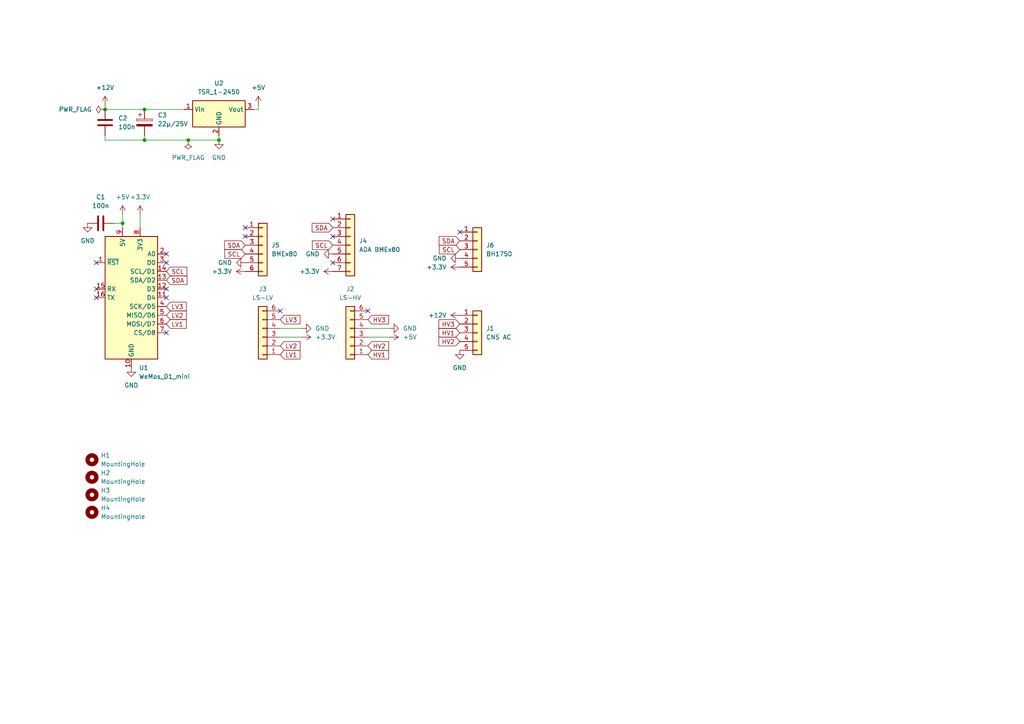
<source format=kicad_sch>
(kicad_sch (version 20230121) (generator eeschema)
  (paper "A4")
  (lib_symbols
    (symbol "Connector_Generic:Conn_01x05" (pin_names (offset 1.016) hide)
      (property "Reference" "J" (at 0 7.62 0))
      (property "Value" "Conn_01x05" (at 0 -7.62 0))
      (symbol "Conn_01x05_1_1"
        (rectangle (start -1.27 -4.953) (end 0 -5.207) (stroke (width 0.1524)))
        (rectangle (start -1.27 -2.413) (end 0 -2.667) (stroke (width 0.1524)))
        (rectangle (start -1.27 0.127) (end 0 -0.127) (stroke (width 0.1524)))
        (rectangle (start -1.27 2.667) (end 0 2.413) (stroke (width 0.1524)))
        (rectangle (start -1.27 5.207) (end 0 4.953) (stroke (width 0.1524)))
        (rectangle (start -1.27 6.35) (end 1.27 -6.35) (stroke (width 0.254)) (fill (type background)))
        (pin passive line (at -5.08 5.08 0) (length 3.81) (name "Pin_1") (number "1"))
        (pin passive line (at -5.08 2.54 0) (length 3.81) (name "Pin_2") (number "2"))
        (pin passive line (at -5.08 0 0) (length 3.81) (name "Pin_3") (number "3"))
        (pin passive line (at -5.08 -2.54 0) (length 3.81) (name "Pin_4") (number "4"))
        (pin passive line (at -5.08 -5.08 0) (length 3.81) (name "Pin_5") (number "5"))
      )
    )
    (symbol "Connector_Generic:Conn_01x06" (pin_names (offset 1.016) hide)
      (property "Reference" "J" (at 0 7.62 0))
      (property "Value" "Conn_01x06" (at 0 -10.16 0))
      (symbol "Conn_01x06_1_1"
        (rectangle (start -1.27 -7.493) (end 0 -7.747) (stroke (width 0.1524)))
        (rectangle (start -1.27 -4.953) (end 0 -5.207) (stroke (width 0.1524)))
        (rectangle (start -1.27 -2.413) (end 0 -2.667) (stroke (width 0.1524)))
        (rectangle (start -1.27 0.127) (end 0 -0.127) (stroke (width 0.1524)))
        (rectangle (start -1.27 2.667) (end 0 2.413) (stroke (width 0.1524)))
        (rectangle (start -1.27 5.207) (end 0 4.953) (stroke (width 0.1524)))
        (rectangle (start -1.27 6.35) (end 1.27 -8.89) (stroke (width 0.254)) (fill (type background)))
        (pin passive line (at -5.08 5.08 0) (length 3.81) (name "Pin_1") (number "1"))
        (pin passive line (at -5.08 2.54 0) (length 3.81) (name "Pin_2") (number "2"))
        (pin passive line (at -5.08 0 0) (length 3.81) (name "Pin_3") (number "3"))
        (pin passive line (at -5.08 -2.54 0) (length 3.81) (name "Pin_4") (number "4"))
        (pin passive line (at -5.08 -5.08 0) (length 3.81) (name "Pin_5") (number "5"))
        (pin passive line (at -5.08 -7.62 0) (length 3.81) (name "Pin_6") (number "6"))
      )
    )
    (symbol "Connector_Generic:Conn_01x07" (pin_names (offset 1.016) hide)
      (property "Reference" "J" (at 0 10.16 0))
      (property "Value" "Conn_01x07" (at 0 -10.16 0))
      (symbol "Conn_01x07_1_1"
        (rectangle (start -1.27 -7.493) (end 0 -7.747) (stroke (width 0.1524)))
        (rectangle (start -1.27 -4.953) (end 0 -5.207) (stroke (width 0.1524)))
        (rectangle (start -1.27 -2.413) (end 0 -2.667) (stroke (width 0.1524)))
        (rectangle (start -1.27 0.127) (end 0 -0.127) (stroke (width 0.1524)))
        (rectangle (start -1.27 2.667) (end 0 2.413) (stroke (width 0.1524)))
        (rectangle (start -1.27 5.207) (end 0 4.953) (stroke (width 0.1524)))
        (rectangle (start -1.27 7.747) (end 0 7.493) (stroke (width 0.1524)))
        (rectangle (start -1.27 8.89) (end 1.27 -8.89) (stroke (width 0.254)) (fill (type background)))
        (pin passive line (at -5.08 7.62 0) (length 3.81) (name "Pin_1") (number "1"))
        (pin passive line (at -5.08 5.08 0) (length 3.81) (name "Pin_2") (number "2"))
        (pin passive line (at -5.08 2.54 0) (length 3.81) (name "Pin_3") (number "3"))
        (pin passive line (at -5.08 0 0) (length 3.81) (name "Pin_4") (number "4"))
        (pin passive line (at -5.08 -2.54 0) (length 3.81) (name "Pin_5") (number "5"))
        (pin passive line (at -5.08 -5.08 0) (length 3.81) (name "Pin_6") (number "6"))
        (pin passive line (at -5.08 -7.62 0) (length 3.81) (name "Pin_7") (number "7"))
      )
    )
    (symbol "Device:C" (pin_numbers hide) (pin_names (offset 0.254))
      (property "Reference" "C" (at 0.635 2.54 0))
      (property "Value" "C" (at 0.635 -2.54 0))
      (symbol "C_0_1"
        (polyline (pts (xy -2.032 -0.762) (xy 2.032 -0.762)) (stroke (width 0.508)))
        (polyline (pts (xy -2.032 0.762) (xy 2.032 0.762)) (stroke (width 0.508)))
      )
      (symbol "C_1_1"
        (pin passive line (at 0 3.81 270) (length 2.794) (name "~") (number "1"))
        (pin passive line (at 0 -3.81 90) (length 2.794) (name "~") (number "2"))
      )
    )
    (symbol "Device:C_Polarized" (pin_numbers hide) (pin_names (offset 0.254))
      (property "Reference" "C" (at 0.635 2.54 0))
      (property "Value" "C_Polarized" (at 0.635 -2.54 0))
      (symbol "C_Polarized_0_1"
        (rectangle (start -2.286 0.508) (end 2.286 1.016))
        (polyline (pts (xy -1.778 2.286) (xy -0.762 2.286)))
        (polyline (pts (xy -1.27 2.794) (xy -1.27 1.778)))
        (rectangle (start 2.286 -0.508) (end -2.286 -1.016) (fill (type outline)))
      )
      (symbol "C_Polarized_1_1"
        (pin passive line (at 0 3.81 270) (length 2.794) (name "~") (number "1"))
        (pin passive line (at 0 -3.81 90) (length 2.794) (name "~") (number "2"))
      )
    )
    (symbol "MCU_Module:WeMos_D1_mini"
      (property "Reference" "U" (at 3.81 19.05 0))
      (property "Value" "WeMos_D1_mini" (at 1.27 -19.05 0))
      (symbol "WeMos_D1_mini_1_1"
        (rectangle (start -7.62 17.78) (end 7.62 -17.78) (stroke (width 0.254)) (fill (type background)))
        (pin input line (at -10.16 10.16 0) (length 2.54) (name "~{RST}") (number "1"))
        (pin power_in line (at 0 -20.32 90) (length 2.54) (name "GND") (number "10"))
        (pin bidirectional line (at 10.16 0 180) (length 2.54) (name "D4") (number "11"))
        (pin bidirectional line (at 10.16 2.54 180) (length 2.54) (name "D3") (number "12"))
        (pin bidirectional line (at 10.16 5.08 180) (length 2.54) (name "SDA/D2") (number "13"))
        (pin bidirectional line (at 10.16 7.62 180) (length 2.54) (name "SCL/D1") (number "14"))
        (pin input line (at -10.16 2.54 0) (length 2.54) (name "RX") (number "15"))
        (pin output line (at -10.16 0 0) (length 2.54) (name "TX") (number "16"))
        (pin input line (at 10.16 12.7 180) (length 2.54) (name "A0") (number "2"))
        (pin bidirectional line (at 10.16 10.16 180) (length 2.54) (name "D0") (number "3"))
        (pin bidirectional line (at 10.16 -2.54 180) (length 2.54) (name "SCK/D5") (number "4"))
        (pin bidirectional line (at 10.16 -5.08 180) (length 2.54) (name "MISO/D6") (number "5"))
        (pin bidirectional line (at 10.16 -7.62 180) (length 2.54) (name "MOSI/D7") (number "6"))
        (pin bidirectional line (at 10.16 -10.16 180) (length 2.54) (name "CS/D8") (number "7"))
        (pin power_out line (at 2.54 20.32 270) (length 2.54) (name "3V3") (number "8"))
        (pin power_in line (at -2.54 20.32 270) (length 2.54) (name "5V") (number "9"))
      )
    )
    (symbol "Mechanical:MountingHole" (pin_names (offset 1.016))
      (property "Reference" "H" (at 0 5.08 0))
      (property "Value" "MountingHole" (at 0 3.175 0))
      (symbol "MountingHole_0_1"
        (circle (center 0 0) (radius 1.27) (stroke (width 1.27)))
      )
    )
    (symbol "Regulator_Switching:TSR_1-2450"
      (property "Reference" "U" (at -7.62 6.35 0))
      (property "Value" "TSR_1-2450" (at -1.27 6.35 0))
      (symbol "TSR_1-2450_0_1"
        (rectangle (start -7.62 5.08) (end 7.62 -2.54) (stroke (width 0.254)) (fill (type background)))
      )
      (symbol "TSR_1-2450_1_1"
        (pin power_in line (at -10.16 2.54 0) (length 2.54) (name "Vin") (number "1"))
        (pin power_in line (at 0 -5.08 90) (length 2.54) (name "GND") (number "2"))
        (pin power_out line (at 10.16 2.54 180) (length 2.54) (name "Vout") (number "3"))
      )
    )
    (symbol "power:+12V" (power) (pin_names (offset 0))
      (property "Value" "+12V" (at 0 3.556 0))
      (symbol "+12V_0_1"
        (polyline (pts (xy -0.762 1.27) (xy 0 2.54)))
        (polyline (pts (xy 0 0) (xy 0 2.54)))
        (polyline (pts (xy 0 2.54) (xy 0.762 1.27)))
      )
      (symbol "+12V_1_1"
        (pin power_in line (at 0 0 90) (length 0) hide (name "+12V") (number "1"))
      )
    )
    (symbol "power:+3.3V" (power) (pin_names (offset 0))
      (property "Value" "+3.3V" (at 0 3.556 0))
      (symbol "+3.3V_0_1"
        (polyline (pts (xy -0.762 1.27) (xy 0 2.54)))
        (polyline (pts (xy 0 0) (xy 0 2.54)))
        (polyline (pts (xy 0 2.54) (xy 0.762 1.27)))
      )
      (symbol "+3.3V_1_1"
        (pin power_in line (at 0 0 90) (length 0) hide (name "+3.3V") (number "1"))
      )
    )
    (symbol "power:+5V" (power) (pin_names (offset 0))
      (property "Value" "+5V" (at 0 3.556 0))
      (symbol "+5V_0_1"
        (polyline (pts (xy -0.762 1.27) (xy 0 2.54)))
        (polyline (pts (xy 0 0) (xy 0 2.54)))
        (polyline (pts (xy 0 2.54) (xy 0.762 1.27)))
      )
      (symbol "+5V_1_1"
        (pin power_in line (at 0 0 90) (length 0) hide (name "+5V") (number "1"))
      )
    )
    (symbol "power:GND" (power) (pin_names (offset 0))
      (property "Value" "GND" (at 0 -3.81 0))
      (symbol "GND_0_1"
        (polyline (pts (xy 0 0) (xy 0 -1.27) (xy 1.27 -1.27) (xy 0 -2.54) (xy -1.27 -1.27) (xy 0 -1.27)))
      )
      (symbol "GND_1_1"
        (pin power_in line (at 0 0 270) (length 0) hide (name "GND") (number "1"))
      )
    )
    (symbol "power:PWR_FLAG" (power) (pin_numbers hide) (pin_names (offset 0) hide)
      (property "Value" "PWR_FLAG" (at 0 3.81 0))
      (symbol "PWR_FLAG_0_0"
        (pin power_out line (at 0 0 90) (length 0) (name "pwr") (number "1"))
      )
      (symbol "PWR_FLAG_0_1"
        (polyline (pts (xy 0 0) (xy 0 1.27) (xy -1.016 1.905) (xy 0 2.54) (xy 1.016 1.905) (xy 0 1.27)))
      )
    )
  )
  (junction (at 41.91 40.64))
  (junction (at 63.5 40.64))
  (junction (at 41.91 31.75))
  (junction (at 54.61 40.64))
  (junction (at 30.48 31.75))
  (junction (at 35.56 64.77))
  (no_connect (at 48.26 96.52))
  (no_connect (at 48.26 83.82))
  (no_connect (at 48.26 86.36))
  (no_connect (at 106.68 90.17))
  (no_connect (at 27.94 86.36))
  (no_connect (at 71.12 66.04))
  (no_connect (at 81.28 90.17))
  (no_connect (at 96.52 68.58))
  (no_connect (at 27.94 76.2))
  (no_connect (at 27.94 83.82))
  (no_connect (at 133.35 67.31))
  (no_connect (at 48.26 76.2))
  (no_connect (at 48.26 73.66))
  (no_connect (at 96.52 76.2))
  (no_connect (at 71.12 68.58))
  (no_connect (at 96.52 63.5))
  (wire (pts (xy 30.48 39.37) (xy 30.48 40.64)))
  (wire (pts (xy 73.66 31.75) (xy 74.93 31.75)))
  (wire (pts (xy 35.56 64.77) (xy 35.56 66.04)))
  (wire (pts (xy 30.48 31.75) (xy 41.91 31.75)))
  (wire (pts (xy 41.91 40.64) (xy 41.91 39.37)))
  (wire (pts (xy 30.48 40.64) (xy 41.91 40.64)))
  (wire (pts (xy 81.28 95.25) (xy 87.63 95.25)))
  (wire (pts (xy 106.68 95.25) (xy 113.03 95.25)))
  (wire (pts (xy 35.56 62.23) (xy 35.56 64.77)))
  (wire (pts (xy 63.5 39.37) (xy 63.5 40.64)))
  (wire (pts (xy 74.93 31.75) (xy 74.93 30.48)))
  (wire (pts (xy 106.68 97.79) (xy 113.03 97.79)))
  (wire (pts (xy 33.02 64.77) (xy 35.56 64.77)))
  (wire (pts (xy 81.28 97.79) (xy 87.63 97.79)))
  (wire (pts (xy 40.64 62.23) (xy 40.64 66.04)))
  (wire (pts (xy 30.48 30.48) (xy 30.48 31.75)))
  (wire (pts (xy 41.91 31.75) (xy 53.34 31.75)))
  (wire (pts (xy 54.61 40.64) (xy 63.5 40.64)))
  (wire (pts (xy 41.91 40.64) (xy 54.61 40.64)))
  (global_label "HV1" (shape input) (at 106.68 102.87 0) (property "Intersheetrefs" "${INTERSHEET_REFS}" (effects hide)))
  (global_label "HV2" (shape input) (at 133.35 99.06 180) (property "Intersheetrefs" "${INTERSHEET_REFS}" (effects hide)))
  (global_label "HV1" (shape input) (at 133.35 96.52 180) (property "Intersheetrefs" "${INTERSHEET_REFS}" (effects hide)))
  (global_label "LV1" (shape input) (at 48.26 93.98 0) (property "Intersheetrefs" "${INTERSHEET_REFS}" (effects hide)))
  (global_label "SDA" (shape input) (at 133.35 69.85 180) (property "Intersheetrefs" "${INTERSHEET_REFS}" (effects hide)))
  (global_label "LV3" (shape input) (at 48.26 88.9 0) (property "Intersheetrefs" "${INTERSHEET_REFS}" (effects hide)))
  (global_label "SCL" (shape input) (at 48.26 78.74 0) (property "Intersheetrefs" "${INTERSHEET_REFS}" (effects hide)))
  (global_label "SDA" (shape input) (at 48.26 81.28 0) (property "Intersheetrefs" "${INTERSHEET_REFS}" (effects hide)))
  (global_label "SCL" (shape input) (at 96.52 71.12 180) (property "Intersheetrefs" "${INTERSHEET_REFS}" (effects hide)))
  (global_label "LV2" (shape input) (at 81.28 100.33 0) (property "Intersheetrefs" "${INTERSHEET_REFS}" (effects hide)))
  (global_label "LV1" (shape input) (at 81.28 102.87 0) (property "Intersheetrefs" "${INTERSHEET_REFS}" (effects hide)))
  (global_label "HV3" (shape input) (at 133.35 93.98 180) (property "Intersheetrefs" "${INTERSHEET_REFS}" (effects hide)))
  (global_label "LV2" (shape input) (at 48.26 91.44 0) (property "Intersheetrefs" "${INTERSHEET_REFS}" (effects hide)))
  (global_label "SDA" (shape input) (at 96.52 66.04 180) (property "Intersheetrefs" "${INTERSHEET_REFS}" (effects hide)))
  (global_label "SDA" (shape input) (at 71.12 71.12 180) (property "Intersheetrefs" "${INTERSHEET_REFS}" (effects hide)))
  (global_label "HV3" (shape input) (at 106.68 92.71 0) (property "Intersheetrefs" "${INTERSHEET_REFS}" (effects hide)))
  (global_label "SCL" (shape input) (at 133.35 72.39 180) (property "Intersheetrefs" "${INTERSHEET_REFS}" (effects hide)))
  (global_label "SCL" (shape input) (at 71.12 73.66 180) (property "Intersheetrefs" "${INTERSHEET_REFS}" (effects hide)))
  (global_label "HV2" (shape input) (at 106.68 100.33 0) (property "Intersheetrefs" "${INTERSHEET_REFS}" (effects hide)))
  (global_label "LV3" (shape input) (at 81.28 92.71 0) (property "Intersheetrefs" "${INTERSHEET_REFS}" (effects hide)))
  (symbol (lib_id "power:+3.3V") (at 71.12 78.74 90) (unit 1)
    (property "Reference" "#PWR06" (effects hide))
    (property "Value" "+3.3V" (at 67.31 78.74 90) (effects (justify left)))
  )
  (symbol (lib_id "power:+3.3V") (at 96.52 78.74 90) (unit 1)
    (property "Reference" "#PWR013" (effects hide))
    (property "Value" "+3.3V" (at 92.71 78.74 90) (effects (justify left)))
  )
  (symbol (lib_id "Connector_Generic:Conn_01x06") (at 76.2 97.79 180) (unit 1)
    (property "Reference" "J3" (at 76.2 83.82 0))
    (property "Value" "LS-LV" (at 76.2 86.36 0))
    (property "Footprint" "Connector_PinSocket_2.54mm:PinSocket_1x06_P2.54mm_Vertical" (effects hide))
  )
  (symbol (lib_id "Device:C") (at 29.21 64.77 90) (unit 1)
    (property "Reference" "C1" (at 29.21 57.15 90))
    (property "Value" "100n" (at 29.21 59.69 90))
    (property "Footprint" "Capacitor_THT:C_Disc_D4.7mm_W2.5mm_P5.00mm" (effects hide))
  )
  (symbol (lib_id "Connector_Generic:Conn_01x06") (at 76.2 71.12 0) (unit 1)
    (property "Reference" "J5" (at 78.74 71.12 0) (effects (justify left)))
    (property "Value" "BMEx80" (at 78.74 73.66 0) (effects (justify left)))
    (property "Footprint" "Connector_PinSocket_2.54mm:PinSocket_1x06_P2.54mm_Vertical" (effects hide))
  )
  (symbol (lib_id "power:GND") (at 87.63 95.25 90) (unit 1)
    (property "Reference" "#PWR020" (effects hide))
    (property "Value" "GND" (at 91.44 95.25 90) (effects (justify right)))
  )
  (symbol (lib_id "power:GND") (at 63.5 40.64 0) (unit 1)
    (property "Reference" "#PWR05" (effects hide))
    (property "Value" "GND" (at 63.5 45.72 0))
  )
  (symbol (lib_id "power:+12V") (at 133.35 91.44 90) (unit 1)
    (property "Reference" "#PWR016" (effects hide))
    (property "Value" "+12V" (at 129.54 91.44 90) (effects (justify left)))
  )
  (symbol (lib_id "Mechanical:MountingHole") (at 26.67 148.59 0) (unit 1)
    (property "Reference" "H4" (at 29.21 147.32 0) (effects (justify left)))
    (property "Value" "MountingHole" (at 29.21 149.86 0) (effects (justify left)))
    (property "Footprint" "MountingHole:MountingHole_3.2mm_M3" (effects hide))
  )
  (symbol (lib_id "Mechanical:MountingHole") (at 26.67 133.35 0) (unit 1)
    (property "Reference" "H1" (at 29.21 132.08 0) (effects (justify left)))
    (property "Value" "MountingHole" (at 29.21 134.62 0) (effects (justify left)))
    (property "Footprint" "MountingHole:MountingHole_3.2mm_M3" (effects hide))
  )
  (symbol (lib_id "Connector_Generic:Conn_01x07") (at 101.6 71.12 0) (unit 1)
    (property "Reference" "J4" (at 104.14 69.85 0) (effects (justify left)))
    (property "Value" "ADA BMEx80" (at 104.14 72.39 0) (effects (justify left)))
    (property "Footprint" "Connector_PinSocket_2.54mm:PinSocket_1x07_P2.54mm_Vertical" (effects hide))
  )
  (symbol (lib_id "Regulator_Switching:TSR_1-2450") (at 63.5 34.29 0) (unit 1)
    (property "Reference" "U2" (at 63.5 24.13 0))
    (property "Value" "TSR_1-2450" (at 63.5 26.67 0))
    (property "Footprint" "Converter_DCDC:Converter_DCDC_TRACO_TSR-1_THT" (effects hide))
    (property "Datasheet" "http://www.tracopower.com/products/tsr1.pdf" (effects hide))
  )
  (symbol (lib_id "power:+3.3V") (at 40.64 62.23 0) (unit 1)
    (property "Reference" "#PWR08" (effects hide))
    (property "Value" "+3.3V" (at 40.64 57.15 0))
  )
  (symbol (lib_id "Device:C_Polarized") (at 41.91 35.56 0) (unit 1)
    (property "Reference" "C3" (at 45.72 33.401 0) (effects (justify left)))
    (property "Value" "22µ/25V" (at 45.72 35.941 0) (effects (justify left)))
    (property "Footprint" "Capacitor_THT:CP_Radial_D6.3mm_P2.50mm" (effects hide))
  )
  (symbol (lib_id "power:+3.3V") (at 87.63 97.79 270) (unit 1)
    (property "Reference" "#PWR021" (effects hide))
    (property "Value" "+3.3V" (at 91.44 97.79 90) (effects (justify left)))
  )
  (symbol (lib_id "power:GND") (at 38.1 106.68 0) (unit 1)
    (property "Reference" "#PWR01" (effects hide))
    (property "Value" "GND" (at 38.1 111.76 0))
  )
  (symbol (lib_id "Connector_Generic:Conn_01x05") (at 138.43 72.39 0) (unit 1)
    (property "Reference" "J6" (at 140.97 71.12 0) (effects (justify left)))
    (property "Value" "BH1750" (at 140.97 73.66 0) (effects (justify left)))
    (property "Footprint" "Connector_PinSocket_2.54mm:PinSocket_1x05_P2.54mm_Vertical" (effects hide))
  )
  (symbol (lib_id "power:+5V") (at 113.03 97.79 270) (unit 1)
    (property "Reference" "#PWR019" (effects hide))
    (property "Value" "+5V" (at 116.84 97.79 90) (effects (justify left)))
  )
  (symbol (lib_id "Mechanical:MountingHole") (at 26.67 138.43 0) (unit 1)
    (property "Reference" "H2" (at 29.21 137.16 0) (effects (justify left)))
    (property "Value" "MountingHole" (at 29.21 139.7 0) (effects (justify left)))
    (property "Footprint" "MountingHole:MountingHole_3.2mm_M3" (effects hide))
  )
  (symbol (lib_id "power:GND") (at 113.03 95.25 90) (unit 1)
    (property "Reference" "#PWR018" (effects hide))
    (property "Value" "GND" (at 116.84 95.25 90) (effects (justify right)))
  )
  (symbol (lib_id "power:GND") (at 133.35 101.6 0) (unit 1)
    (property "Reference" "#PWR017" (effects hide))
    (property "Value" "GND" (at 133.35 106.68 0))
  )
  (symbol (lib_id "Mechanical:MountingHole") (at 26.67 143.51 0) (unit 1)
    (property "Reference" "H3" (at 29.21 142.24 0) (effects (justify left)))
    (property "Value" "MountingHole" (at 29.21 144.78 0) (effects (justify left)))
    (property "Footprint" "MountingHole:MountingHole_3.2mm_M3" (effects hide))
  )
  (symbol (lib_id "power:GND") (at 133.35 74.93 270) (unit 1)
    (property "Reference" "#PWR010" (effects hide))
    (property "Value" "GND" (at 129.54 74.93 90) (effects (justify right)))
  )
  (symbol (lib_id "power:+3.3V") (at 133.35 77.47 90) (unit 1)
    (property "Reference" "#PWR07" (effects hide))
    (property "Value" "+3.3V" (at 129.54 77.47 90) (effects (justify left)))
  )
  (symbol (lib_id "Connector_Generic:Conn_01x06") (at 101.6 97.79 180) (unit 1)
    (property "Reference" "J2" (at 101.6 83.82 0))
    (property "Value" "LS-HV" (at 101.6 86.36 0))
    (property "Footprint" "Connector_PinSocket_2.54mm:PinSocket_1x06_P2.54mm_Vertical" (effects hide))
  )
  (symbol (lib_id "power:GND") (at 71.12 76.2 270) (unit 1)
    (property "Reference" "#PWR011" (effects hide))
    (property "Value" "GND" (at 67.31 76.2 90) (effects (justify right)))
  )
  (symbol (lib_id "power:+5V") (at 35.56 62.23 0) (unit 1)
    (property "Reference" "#PWR02" (effects hide))
    (property "Value" "+5V" (at 35.56 57.15 0))
  )
  (symbol (lib_id "power:+5V") (at 74.93 30.48 0) (unit 1)
    (property "Reference" "#PWR04" (effects hide))
    (property "Value" "+5V" (at 74.93 25.4 0))
  )
  (symbol (lib_id "power:PWR_FLAG") (at 54.61 40.64 180) (unit 1)
    (property "Reference" "#FLG02" (effects hide))
    (property "Value" "PWR_FLAG" (at 54.61 45.72 0))
  )
  (symbol (lib_id "power:GND") (at 96.52 73.66 270) (unit 1)
    (property "Reference" "#PWR012" (effects hide))
    (property "Value" "GND" (at 92.71 73.66 90) (effects (justify right)))
  )
  (symbol (lib_id "MCU_Module:WeMos_D1_mini") (at 38.1 86.36 0) (unit 1)
    (property "Reference" "U1" (at 40.2941 106.68 0) (effects (justify left)))
    (property "Value" "WeMos_D1_mini" (at 40.2941 109.22 0) (effects (justify left)))
    (property "Footprint" "Module:WEMOS_D1_mini_light" (effects hide))
    (property "Datasheet" "https://wiki.wemos.cc/products:d1:d1_mini#documentation" (effects hide))
  )
  (symbol (lib_id "Device:C") (at 30.48 35.56 0) (unit 1)
    (property "Reference" "C2" (at 34.29 34.29 0) (effects (justify left)))
    (property "Value" "100n" (at 34.29 36.83 0) (effects (justify left)))
    (property "Footprint" "Capacitor_THT:C_Disc_D4.7mm_W2.5mm_P5.00mm" (effects hide))
  )
  (symbol (lib_id "power:+12V") (at 30.48 30.48 0) (unit 1)
    (property "Reference" "#PWR09" (effects hide))
    (property "Value" "+12V" (at 30.48 25.4 0))
  )
  (symbol (lib_id "power:GND") (at 25.4 64.77 0) (unit 1)
    (property "Reference" "#PWR03" (effects hide))
    (property "Value" "GND" (at 25.4 69.85 0))
  )
  (symbol (lib_id "power:PWR_FLAG") (at 30.48 31.75 90) (unit 1)
    (property "Reference" "#FLG01" (effects hide))
    (property "Value" "PWR_FLAG" (at 26.67 31.75 90) (effects (justify left)))
  )
  (symbol (lib_id "Connector_Generic:Conn_01x05") (at 138.43 96.52 0) (unit 1)
    (property "Reference" "J1" (at 140.97 95.25 0) (effects (justify left)))
    (property "Value" "CNS AC" (at 140.97 97.79 0) (effects (justify left)))
    (property "Footprint" "Connector_JST:JST_XH_B5B-XH-A_1x05_P2.50mm_Vertical" (effects hide))
  )
)
</source>
